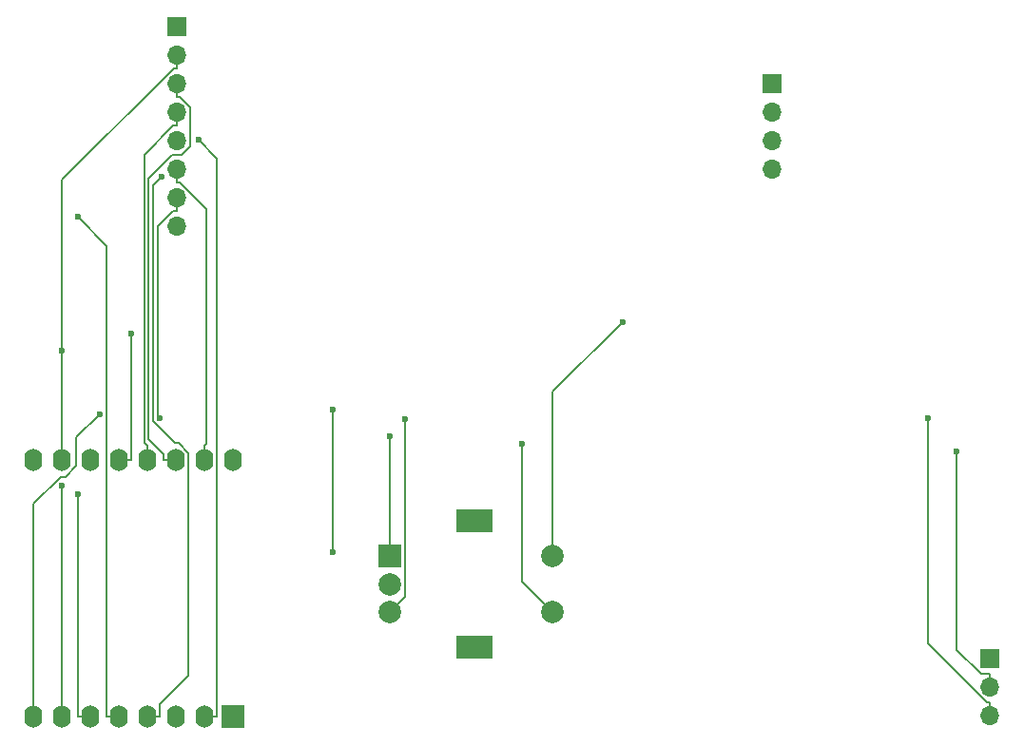
<source format=gbr>
%TF.GenerationSoftware,KiCad,Pcbnew,8.0.7-8.0.7-0~ubuntu22.04.1*%
%TF.CreationDate,2024-12-14T21:10:45+08:00*%
%TF.ProjectId,SmartClock,536d6172-7443-46c6-9f63-6b2e6b696361,rev?*%
%TF.SameCoordinates,Original*%
%TF.FileFunction,Copper,L2,Bot*%
%TF.FilePolarity,Positive*%
%FSLAX46Y46*%
G04 Gerber Fmt 4.6, Leading zero omitted, Abs format (unit mm)*
G04 Created by KiCad (PCBNEW 8.0.7-8.0.7-0~ubuntu22.04.1) date 2024-12-14 21:10:45*
%MOMM*%
%LPD*%
G01*
G04 APERTURE LIST*
%TA.AperFunction,ComponentPad*%
%ADD10R,1.700000X1.700000*%
%TD*%
%TA.AperFunction,ComponentPad*%
%ADD11O,1.700000X1.700000*%
%TD*%
%TA.AperFunction,ComponentPad*%
%ADD12R,2.000000X2.000000*%
%TD*%
%TA.AperFunction,ComponentPad*%
%ADD13C,2.000000*%
%TD*%
%TA.AperFunction,ComponentPad*%
%ADD14R,3.200000X2.000000*%
%TD*%
%TA.AperFunction,ComponentPad*%
%ADD15O,1.600000X2.000000*%
%TD*%
%TA.AperFunction,ViaPad*%
%ADD16C,0.600000*%
%TD*%
%TA.AperFunction,Conductor*%
%ADD17C,0.200000*%
%TD*%
G04 APERTURE END LIST*
D10*
%TO.P,U1,1,3V3*%
%TO.N,unconnected-(U1-3V3-Pad1)*%
X116250000Y-61360000D03*
D11*
%TO.P,U1,2,GND*%
%TO.N,GND*%
X116250000Y-63900000D03*
%TO.P,U1,3,LCD_CS*%
%TO.N,TFT_CS*%
X116250000Y-66440000D03*
%TO.P,U1,4,EN*%
%TO.N,TFT_EN*%
X116250000Y-68980000D03*
%TO.P,U1,5,D/C*%
%TO.N,TFT_DC*%
X116250000Y-71520000D03*
%TO.P,U1,6,LCD_MOSI*%
%TO.N,MOSI*%
X116250000Y-74060000D03*
%TO.P,U1,7,LCD_SCK*%
%TO.N,SCK*%
X116250000Y-76600000D03*
%TO.P,U1,8,LED*%
%TO.N,Net-(U1-LED)*%
X116250000Y-79140000D03*
D10*
%TO.P,U1,9,SD_CS*%
%TO.N,SD_CS*%
X169250000Y-66440000D03*
D11*
%TO.P,U1,10,SD_MOSI*%
%TO.N,MOSI*%
X169250000Y-68980000D03*
%TO.P,U1,11,SD_MISO*%
%TO.N,MISO*%
X169250000Y-71520000D03*
%TO.P,U1,12,SD_SCK*%
%TO.N,SCK*%
X169250000Y-74060000D03*
%TD*%
D12*
%TO.P,SW1,A,A*%
%TO.N,EC11_A*%
X135250000Y-108500000D03*
D13*
%TO.P,SW1,B,B*%
%TO.N,EC11_B*%
X135250000Y-113500000D03*
%TO.P,SW1,C,C*%
%TO.N,GND*%
X135250000Y-111000000D03*
D14*
%TO.P,SW1,MP*%
%TO.N,N/C*%
X142750000Y-105400000D03*
X142750000Y-116600000D03*
D13*
%TO.P,SW1,S1,S1*%
%TO.N,EC11_S*%
X149750000Y-113500000D03*
%TO.P,SW1,S2,S2*%
%TO.N,GND*%
X149750000Y-108500000D03*
%TD*%
D10*
%TO.P,J1,1,Pin_1*%
%TO.N,GND*%
X188700000Y-117650000D03*
D11*
%TO.P,J1,2,Pin_2*%
%TO.N,+5V*%
X188700000Y-120190000D03*
%TO.P,J1,3,Pin_3*%
%TO.N,Net-(D5-DOUT)*%
X188700000Y-122730000D03*
%TD*%
D12*
%TO.P,U2,1,~{RST}*%
%TO.N,unconnected-(U2-~{RST}-Pad1)*%
X121280000Y-122850000D03*
D15*
%TO.P,U2,2,IO3*%
%TO.N,TFT_DC*%
X118740000Y-122850000D03*
%TO.P,U2,3,MISO/IO2*%
%TO.N,MISO*%
X116200000Y-122850000D03*
%TO.P,U2,4,IO1*%
%TO.N,SD_CS*%
X113660000Y-122850000D03*
%TO.P,U2,5,IO0*%
%TO.N,BackLight*%
X111120000Y-122850000D03*
%TO.P,U2,6,IO4*%
%TO.N,EC11_A*%
X108580000Y-122850000D03*
%TO.P,U2,7,IO5*%
%TO.N,EC11_B*%
X106040000Y-122850000D03*
%TO.P,U2,8,3V3*%
%TO.N,+3V3*%
X103500000Y-122850000D03*
%TO.P,U2,9,5V*%
%TO.N,+5V*%
X103500000Y-99990000D03*
%TO.P,U2,10,GND*%
%TO.N,GND*%
X106040000Y-99990000D03*
%TO.P,U2,11,SCK/IO6*%
%TO.N,SCK*%
X108580000Y-99990000D03*
%TO.P,U2,12,MOSI/IO7*%
%TO.N,WS2812B*%
X111120000Y-99990000D03*
%TO.P,U2,13,IO8*%
%TO.N,TFT_EN*%
X113660000Y-99990000D03*
%TO.P,U2,14,CS0/IO10*%
%TO.N,TFT_CS*%
X116200000Y-99990000D03*
%TO.P,U2,15,RX*%
%TO.N,MOSI*%
X118740000Y-99990000D03*
%TO.P,U2,16,TX*%
%TO.N,EC11_S*%
X121280000Y-99990000D03*
%TD*%
D16*
%TO.N,Net-(D5-DOUT)*%
X183125700Y-96218700D03*
%TO.N,WS2812B*%
X112221700Y-88710000D03*
%TO.N,+3V3*%
X109392700Y-95867300D03*
X130134200Y-95497100D03*
X130134200Y-108168700D03*
%TO.N,+5V*%
X185723500Y-99206200D03*
%TO.N,TFT_DC*%
X118191800Y-71434100D03*
%TO.N,SCK*%
X114776300Y-96218700D03*
%TO.N,SD_CS*%
X114958400Y-74689700D03*
%TO.N,EC11_B*%
X136635300Y-96268900D03*
X106040000Y-102193700D03*
%TO.N,EC11_S*%
X147030600Y-98472200D03*
%TO.N,EC11_A*%
X107478300Y-102990600D03*
X135250000Y-97865200D03*
%TO.N,GND*%
X106040000Y-90243700D03*
X155985000Y-87631500D03*
%TO.N,BackLight*%
X107454100Y-78293700D03*
%TD*%
D17*
%TO.N,Net-(D5-DOUT)*%
X188431500Y-121578300D02*
X188700000Y-121578300D01*
X183125700Y-116272500D02*
X188431500Y-121578300D01*
X183125700Y-96218700D02*
X183125700Y-116272500D01*
X188700000Y-122730000D02*
X188700000Y-121578300D01*
%TO.N,WS2812B*%
X111120000Y-99990000D02*
X112221700Y-99990000D01*
X112221700Y-99990000D02*
X112221700Y-88710000D01*
%TO.N,+3V3*%
X130134200Y-108168700D02*
X130134200Y-95497100D01*
X107310000Y-97950000D02*
X109392700Y-95867300D01*
X107310000Y-100493100D02*
X107310000Y-97950000D01*
X106349700Y-101453400D02*
X107310000Y-100493100D01*
X105913000Y-101453400D02*
X106349700Y-101453400D01*
X103500000Y-103866400D02*
X105913000Y-101453400D01*
X103500000Y-122850000D02*
X103500000Y-103866400D01*
%TO.N,+5V*%
X188700000Y-120190000D02*
X188700000Y-119038300D01*
X185723500Y-116853600D02*
X185723500Y-99206200D01*
X187908200Y-119038300D02*
X185723500Y-116853600D01*
X188700000Y-119038300D02*
X187908200Y-119038300D01*
%TO.N,TFT_DC*%
X119841700Y-73084000D02*
X118191800Y-71434100D01*
X119841700Y-122850000D02*
X119841700Y-73084000D01*
X118740000Y-122850000D02*
X119841700Y-122850000D01*
%TO.N,TFT_EN*%
X116250000Y-68980000D02*
X116250000Y-70131700D01*
X113356600Y-98384900D02*
X113660000Y-98688300D01*
X113356600Y-72737200D02*
X113356600Y-98384900D01*
X115962100Y-70131700D02*
X113356600Y-72737200D01*
X116250000Y-70131700D02*
X115962100Y-70131700D01*
X113660000Y-99990000D02*
X113660000Y-98688300D01*
%TO.N,SCK*%
X116250000Y-76600000D02*
X116250000Y-77751700D01*
X115949600Y-77751700D02*
X116250000Y-77751700D01*
X114562300Y-79139000D02*
X115949600Y-77751700D01*
X114562300Y-96004700D02*
X114562300Y-79139000D01*
X114776300Y-96218700D02*
X114562300Y-96004700D01*
%TO.N,SD_CS*%
X114160000Y-75488100D02*
X114958400Y-74689700D01*
X114160000Y-96500600D02*
X114160000Y-75488100D01*
X116096700Y-98437300D02*
X114160000Y-96500600D01*
X116431200Y-98437300D02*
X116096700Y-98437300D01*
X117315700Y-99321800D02*
X116431200Y-98437300D01*
X117315700Y-119194300D02*
X117315700Y-99321800D01*
X114761700Y-121748300D02*
X117315700Y-119194300D01*
X114761700Y-122850000D02*
X114761700Y-121748300D01*
X113660000Y-122850000D02*
X114761700Y-122850000D01*
%TO.N,MOSI*%
X118740000Y-99990000D02*
X118740000Y-98688300D01*
X116250000Y-74060000D02*
X116250000Y-75211700D01*
X118912600Y-98515700D02*
X118740000Y-98688300D01*
X118912600Y-77605800D02*
X118912600Y-98515700D01*
X116518500Y-75211700D02*
X118912600Y-77605800D01*
X116250000Y-75211700D02*
X116518500Y-75211700D01*
%TO.N,TFT_CS*%
X116200000Y-99990000D02*
X115098300Y-99990000D01*
X116250000Y-66440000D02*
X116250000Y-67591700D01*
X115098300Y-99456300D02*
X115098300Y-99990000D01*
X113758300Y-98116300D02*
X115098300Y-99456300D01*
X113758300Y-74871400D02*
X113758300Y-98116300D01*
X115839700Y-72790000D02*
X113758300Y-74871400D01*
X116669700Y-72790000D02*
X115839700Y-72790000D01*
X117457900Y-72001800D02*
X116669700Y-72790000D01*
X117457900Y-68531100D02*
X117457900Y-72001800D01*
X116518500Y-67591700D02*
X117457900Y-68531100D01*
X116250000Y-67591700D02*
X116518500Y-67591700D01*
%TO.N,EC11_B*%
X106040000Y-122850000D02*
X106040000Y-102193700D01*
X136635300Y-112114700D02*
X136635300Y-96268900D01*
X135250000Y-113500000D02*
X136635300Y-112114700D01*
%TO.N,EC11_S*%
X147030600Y-110780600D02*
X147030600Y-98472200D01*
X149750000Y-113500000D02*
X147030600Y-110780600D01*
%TO.N,EC11_A*%
X108580000Y-122850000D02*
X107478300Y-122850000D01*
X135250000Y-108500000D02*
X135250000Y-97865200D01*
X107478300Y-122850000D02*
X107478300Y-102990600D01*
%TO.N,GND*%
X116250000Y-63900000D02*
X116250000Y-65051700D01*
X106040000Y-99990000D02*
X106040000Y-90243700D01*
X115981500Y-65051700D02*
X116250000Y-65051700D01*
X106040000Y-74993200D02*
X115981500Y-65051700D01*
X106040000Y-90243700D02*
X106040000Y-74993200D01*
X149750000Y-93866500D02*
X155985000Y-87631500D01*
X149750000Y-108500000D02*
X149750000Y-93866500D01*
%TO.N,BackLight*%
X111120000Y-122850000D02*
X110018300Y-122850000D01*
X110018300Y-80857900D02*
X107454100Y-78293700D01*
X110018300Y-122850000D02*
X110018300Y-80857900D01*
%TD*%
M02*

</source>
